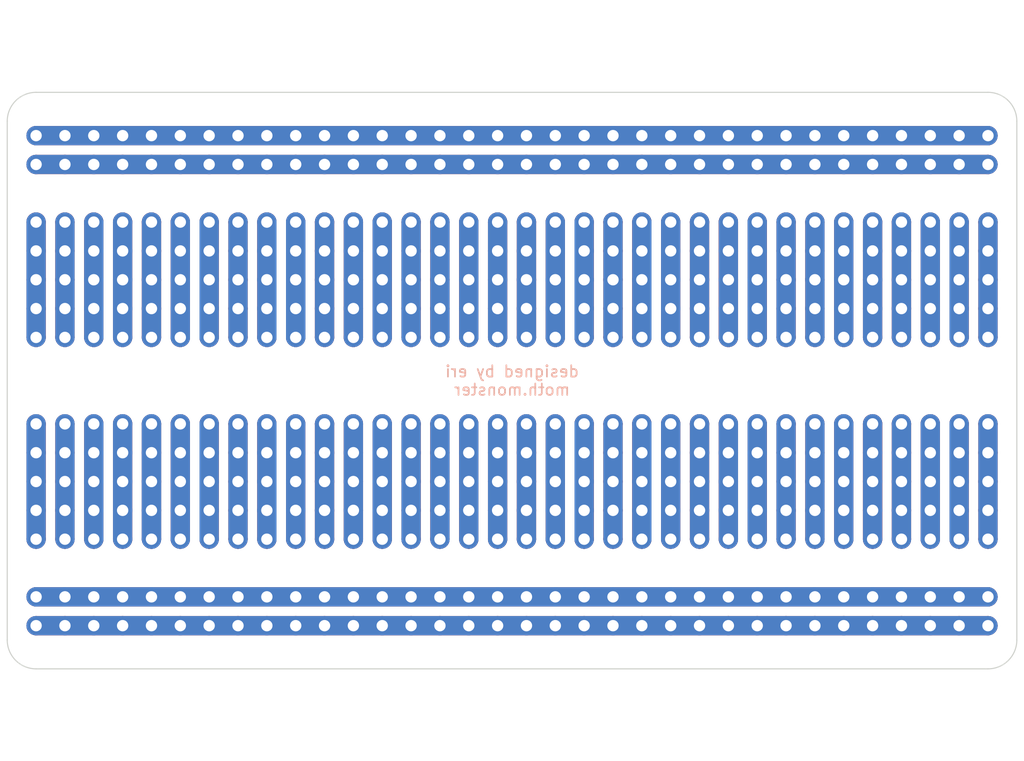
<source format=kicad_pcb>
(kicad_pcb (version 20210228) (generator pcbnew)
  (layers (0 "F.Cu" signal) (31 "B.Cu" signal) (34 "B.Paste" user) (35 "F.Paste" user) (36 "B.SilkS" user "B.Silkscreen") (37 "F.SilkS" user "F.Silkscreen") (38 "B.Mask" user) (39 "F.Mask" user) (44 "Edge.Cuts" user))
  (net 0 "")
  (footprint "Connector_PinHeader_2.54mm:PinHeader_2x34_P2.54mm_Vertical" (layer "F.Cu") (at 187.96 87.635 -90)
    (fp_text reference "REF**" hide)
    (fp_text value "PinHeader_2x34_P2.54mm_Vertical")
  )
  (footprint "Connector_PinHeader_2.54mm:PinHeader_1x34_P2.54mm_Vertical" (layer "F.Cu") (at 104.14 105.415 90)
    (fp_text reference "REF**" hide)
    (fp_text value "PinHeader_1x34_P2.54mm_Vertical")
  )
  (footprint "Connector_PinHeader_2.54mm:PinHeader_2x34_P2.54mm_Vertical" (layer "F.Cu") (at 187.96 107.955 -90)
    (fp_text reference "REF**" hide)
    (fp_text value "PinHeader_2x34_P2.54mm_Vertical")
  )
  (footprint "Connector_PinHeader_2.54mm:PinHeader_2x34_P2.54mm_Vertical" (layer "F.Cu") (at 187.96 113.035 -90)
    (fp_text reference "REF**" hide)
    (fp_text value "PinHeader_2x34_P2.54mm_Vertical")
  )
  (footprint "Connector_PinHeader_2.54mm:PinHeader_2x34_P2.54mm_Vertical" (layer "F.Cu") (at 187.96 92.715 -90)
    (fp_text reference "REF**" hide)
    (fp_text value "PinHeader_2x34_P2.54mm_Vertical")
  )
  (footprint "Connector_PinHeader_2.54mm:PinHeader_1x34_P2.54mm_Vertical" (layer "F.Cu") (at 104.14 97.795 90)
    (fp_text reference "REF**" hide)
    (fp_text value "PinHeader_1x34_P2.54mm_Vertical")
  )
  (footprint "Connector_PinHeader_2.54mm:PinHeader_2x34_P2.54mm_Vertical" (layer "F.Cu") (at 187.96 120.655 -90)
    (fp_text reference "REF**" hide)
    (fp_text value "PinHeader_2x34_P2.54mm_Vertical")
  )
  (footprint "Connector_PinHeader_2.54mm:PinHeader_2x34_P2.54mm_Vertical" (layer "F.Cu") (at 187.96 80.015 -90)
    (fp_text reference "REF**" hide)
    (fp_text value "PinHeader_2x34_P2.54mm_Vertical")
  )
  (gr_line (start 101.6 124.46) (end 101.6 78.74) (layer "Edge.Cuts") (width 0.1))
  (gr_arc (start 187.96 78.74) (end 190.5 78.74) (angle -90) (layer "Edge.Cuts") (width 0.1))
  (gr_line (start 104.14 76.2) (end 187.96 76.2) (layer "Edge.Cuts") (width 0.1))
  (gr_arc (start 187.96 124.46) (end 187.96 127) (angle -90) (layer "Edge.Cuts") (width 0.1))
  (gr_line (start 190.5 78.74) (end 190.5 124.46) (layer "Edge.Cuts") (width 0.1))
  (gr_line (start 187.96 127) (end 104.14 127) (layer "Edge.Cuts") (width 0.1))
  (gr_arc (start 104.14 78.74) (end 104.14 76.2) (angle -90) (layer "Edge.Cuts") (width 0.1))
  (gr_arc (start 104.14 124.46) (end 101.6 124.46) (angle -90) (layer "Edge.Cuts") (width 0.1))
  (gr_text "designed by eri\nmoth.monster" (at 146.05 101.6) (layer "B.SilkS") (effects (font (size 1 1)) (justify mirror)))
  (segment (start 165.1 115.57) (end 165.1 105.41) (width 1.7) (layer "F.Cu") (net 0))
  (segment (start 127 115.57) (end 127 105.41) (width 1.7) (layer "F.Cu") (net 0))
  (segment (start 157.48 87.63) (end 157.48 97.79) (width 1.7) (layer "F.Cu") (net 0))
  (segment (start 114.3 97.79) (end 114.3 87.63) (width 1.7) (layer "F.Cu") (net 0))
  (segment (start 121.92 97.79) (end 121.92 87.63) (width 1.7) (layer "F.Cu") (net 0))
  (segment (start 165.1 97.79) (end 165.1 87.63) (width 1.7) (layer "F.Cu") (net 0))
  (segment (start 119.38 105.41) (end 119.38 115.57) (width 1.7) (layer "F.Cu") (net 0))
  (segment (start 106.68 105.41) (end 106.68 115.57) (width 1.7) (layer "F.Cu") (net 0))
  (segment (start 116.84 115.57) (end 116.84 105.41) (width 1.7) (layer "F.Cu") (net 0))
  (segment (start 134.62 97.79) (end 134.62 87.63) (width 1.7) (layer "F.Cu") (net 0))
  (segment (start 172.72 115.57) (end 172.72 105.41) (width 1.7) (layer "F.Cu") (net 0))
  (segment (start 175.26 97.79) (end 175.26 87.63) (width 1.7) (layer "F.Cu") (net 0))
  (segment (start 124.46 97.79) (end 124.46 87.63) (width 1.7) (layer "F.Cu") (net 0))
  (segment (start 187.96 115.57) (end 187.96 105.41) (width 1.7) (layer "F.Cu") (net 0))
  (segment (start 121.92 115.57) (end 121.92 105.41) (width 1.7) (layer "F.Cu") (net 0))
  (segment (start 104.14 115.57) (end 104.14 105.41) (width 1.7) (layer "F.Cu") (net 0))
  (segment (start 167.64 87.63) (end 167.64 97.79) (width 1.7) (layer "F.Cu") (net 0))
  (segment (start 134.62 115.57) (end 134.62 105.41) (width 1.7) (layer "F.Cu") (net 0))
  (segment (start 144.78 105.41) (end 144.78 115.57) (width 1.7) (layer "F.Cu") (net 0))
  (segment (start 177.8 97.795) (end 177.8 87.635) (width 1.7) (layer "F.Cu") (net 0))
  (segment (start 139.7 97.79) (end 139.7 87.63) (width 1.7) (layer "F.Cu") (net 0))
  (segment (start 187.96 97.795) (end 187.96 87.635) (width 1.7) (layer "F.Cu") (net 0))
  (segment (start 187.96 82.555) (end 104.14 82.555) (width 1.7) (layer "F.Cu") (net 0))
  (segment (start 111.76 97.79) (end 111.76 87.63) (width 1.7) (layer "F.Cu") (net 0))
  (segment (start 106.68 87.63) (end 106.68 97.79) (width 1.7) (layer "F.Cu") (net 0))
  (segment (start 144.78 87.63) (end 144.78 97.79) (width 1.7) (layer "F.Cu") (net 0))
  (segment (start 177.8 115.57) (end 177.8 105.41) (width 1.7) (layer "F.Cu") (net 0))
  (segment (start 142.24 97.79) (end 142.24 87.63) (width 1.7) (layer "F.Cu") (net 0))
  (segment (start 185.42 97.795) (end 185.42 87.635) (width 1.7) (layer "F.Cu") (net 0))
  (segment (start 154.94 97.79) (end 154.94 87.63) (width 1.7) (layer "F.Cu") (net 0))
  (segment (start 137.16 97.79) (end 137.16 87.63) (width 1.7) (layer "F.Cu") (net 0))
  (segment (start 162.56 115.57) (end 162.56 105.41) (width 1.7) (layer "F.Cu") (net 0))
  (segment (start 104.14 97.79) (end 104.14 87.63) (width 1.7) (layer "F.Cu") (net 0))
  (segment (start 129.54 97.79) (end 129.54 87.63) (width 1.7) (layer "F.Cu") (net 0))
  (segment (start 152.4 97.79) (end 152.4 87.63) (width 1.7) (layer "F.Cu") (net 0))
  (segment (start 187.96 80.015) (end 104.14 80.015) (width 1.7) (layer "F.Cu") (net 0))
  (segment (start 182.88 97.795) (end 182.88 87.635) (width 1.7) (layer "F.Cu") (net 0))
  (segment (start 154.94 115.57) (end 154.94 105.41) (width 1.7) (layer "F.Cu") (net 0))
  (segment (start 170.18 105.41) (end 170.18 115.57) (width 1.7) (layer "F.Cu") (net 0))
  (segment (start 149.86 97.79) (end 149.86 87.63) (width 1.7) (layer "F.Cu") (net 0))
  (segment (start 109.22 97.79) (end 109.22 87.63) (width 1.7) (layer "F.Cu") (net 0))
  (segment (start 114.3 115.57) (end 114.3 105.41) (width 1.7) (layer "F.Cu") (net 0))
  (segment (start 177.8 115.57) (end 177.8 105.41) (width 1.7) (layer "F.Cu") (net 0))
  (segment (start 109.22 115.57) (end 109.22 105.41) (width 1.7) (layer "F.Cu") (net 0))
  (segment (start 142.24 115.57) (end 142.24 105.41) (width 1.7) (layer "F.Cu") (net 0))
  (segment (start 160.02 97.79) (end 160.02 87.63) (width 1.7) (layer "F.Cu") (net 0))
  (segment (start 187.96 123.195) (end 104.14 123.195) (width 1.7) (layer "F.Cu") (net 0))
  (segment (start 127 97.79) (end 127 87.63) (width 1.7) (layer "F.Cu") (net 0))
  (segment (start 132.08 87.63) (end 132.08 97.79) (width 1.7) (layer "F.Cu") (net 0))
  (segment (start 165.1 97.79) (end 165.1 87.63) (width 1.7) (layer "F.Cu") (net 0))
  (segment (start 182.88 115.57) (end 182.88 105.41) (width 1.7) (layer "F.Cu") (net 0))
  (segment (start 149.86 115.57) (end 149.86 105.41) (width 1.7) (layer "F.Cu") (net 0))
  (segment (start 172.72 97.79) (end 172.72 87.63) (width 1.7) (layer "F.Cu") (net 0))
  (segment (start 137.16 115.57) (end 137.16 105.41) (width 1.7) (layer "F.Cu") (net 0))
  (segment (start 147.32 115.57) (end 147.32 105.41) (width 1.7) (layer "F.Cu") (net 0))
  (segment (start 162.56 97.79) (end 162.56 87.63) (width 1.7) (layer "F.Cu") (net 0))
  (segment (start 160.02 115.57) (end 160.02 105.41) (width 1.7) (layer "F.Cu") (net 0))
  (segment (start 185.42 115.57) (end 185.42 105.41) (width 1.7) (layer "F.Cu") (net 0))
  (segment (start 124.46 115.57) (end 124.46 105.41) (width 1.7) (layer "F.Cu") (net 0))
  (segment (start 167.64 115.57) (end 167.64 105.41) (width 1.7) (layer "F.Cu") (net 0))
  (segment (start 152.4 115.57) (end 152.4 105.41) (width 1.7) (layer "F.Cu") (net 0))
  (segment (start 111.76 115.57) (end 111.76 105.41) (width 1.7) (layer "F.Cu") (net 0))
  (segment (start 147.32 97.79) (end 147.32 87.63) (width 1.7) (layer "F.Cu") (net 0))
  (segment (start 116.84 97.79) (end 116.84 87.63) (width 1.7) (layer "F.Cu") (net 0))
  (segment (start 170.18 97.79) (end 170.18 87.63) (width 1.7) (layer "F.Cu") (net 0))
  (segment (start 180.34 87.635) (end 180.34 97.795) (width 1.7) (layer "F.Cu") (net 0))
  (segment (start 175.26 115.57) (end 175.26 105.41) (width 1.7) (layer "F.Cu") (net 0))
  (segment (start 157.48 105.41) (end 157.48 115.57) (width 1.7) (layer "F.Cu") (net 0))
  (segment (start 180.34 105.41) (end 180.34 115.57) (width 1.7) (layer "F.Cu") (net 0))
  (segment (start 132.08 105.41) (end 132.08 115.57) (width 1.7) (layer "F.Cu") (net 0))
  (segment (start 104.14 120.655) (end 187.96 120.655) (width 1.7) (layer "F.Cu") (net 0))
  (segment (start 129.54 115.57) (end 129.54 105.41) (width 1.7) (layer "F.Cu") (net 0))
  (segment (start 139.7 115.57) (end 139.7 105.41) (width 1.7) (layer "F.Cu") (net 0))
  (segment (start 119.38 87.63) (end 119.38 97.79) (width 1.7) (layer "F.Cu") (net 0))
  (segment (start 121.92 97.79) (end 121.92 87.63) (width 1.7) (layer "B.Cu") (net 0))
  (segment (start 144.78 97.79) (end 144.78 87.63) (width 1.7) (layer "B.Cu") (net 0))
  (segment (start 172.72 87.63) (end 172.72 97.79) (width 1.7) (layer "B.Cu") (net 0))
  (segment (start 142.24 97.79) (end 142.24 87.63) (width 1.7) (layer "B.Cu") (net 0))
  (segment (start 132.08 97.79) (end 132.08 87.63) (width 1.7) (layer "B.Cu") (net 0))
  (segment (start 152.4 115.57) (end 152.4 105.41) (width 1.7) (layer "B.Cu") (net 0))
  (segment (start 134.62 87.63) (end 134.62 97.79) (width 1.7) (layer "B.Cu") (net 0))
  (segment (start 139.7 115.57) (end 139.7 105.41) (width 1.7) (layer "B.Cu") (net 0))
  (segment (start 127 97.79) (end 127 87.63) (width 1.7) (layer "B.Cu") (net 0))
  (segment (start 177.8 115.57) (end 177.8 105.41) (width 1.7) (layer "B.Cu") (net 0))
  (segment (start 180.34 97.79) (end 180.34 87.63) (width 1.7) (layer "B.Cu") (net 0))
  (segment (start 142.24 115.57) (end 142.24 105.41) (width 1.7) (layer "B.Cu") (net 0))
  (segment (start 157.48 115.57) (end 157.48 105.41) (width 1.7) (layer "B.Cu") (net 0))
  (segment (start 170.18 97.79) (end 170.18 87.63) (width 1.7) (layer "B.Cu") (net 0))
  (segment (start 137.16 115.57) (end 137.16 105.41) (width 1.7) (layer "B.Cu") (net 0))
  (segment (start 127 97.79) (end 127 87.63) (width 1.7) (layer "B.Cu") (net 0))
  (segment (start 165.1 97.79) (end 165.1 87.63) (width 1.7) (layer "B.Cu") (net 0))
  (segment (start 187.96 97.79) (end 187.96 87.63) (width 1.7) (layer "B.Cu") (net 0))
  (segment (start 121.92 105.41) (end 121.92 115.57) (width 1.7) (layer "B.Cu") (net 0))
  (segment (start 119.38 97.79) (end 119.38 87.63) (width 1.7) (layer "B.Cu") (net 0))
  (segment (start 160.02 105.41) (end 160.02 115.57) (width 1.7) (layer "B.Cu") (net 0))
  (segment (start 172.72 105.41) (end 172.72 115.57) (width 1.7) (layer "B.Cu") (net 0))
  (segment (start 167.64 97.79) (end 167.64 87.63) (width 1.7) (layer "B.Cu") (net 0))
  (segment (start 182.88 97.79) (end 182.88 87.63) (width 1.7) (layer "B.Cu") (net 0))
  (segment (start 185.42 87.63) (end 185.42 97.79) (width 1.7) (layer "B.Cu") (net 0))
  (segment (start 154.94 115.57) (end 154.94 105.41) (width 1.7) (layer "B.Cu") (net 0))
  (segment (start 119.38 115.57) (end 119.38 105.41) (width 1.7) (layer "B.Cu") (net 0))
  (segment (start 162.56 97.79) (end 162.56 87.63) (width 1.7) (layer "B.Cu") (net 0))
  (segment (start 180.34 115.57) (end 180.34 105.41) (width 1.7) (layer "B.Cu") (net 0))
  (segment (start 109.22 115.57) (end 109.22 105.41) (width 1.7) (layer "B.Cu") (net 0))
  (segment (start 177.8 97.79) (end 177.8 87.63) (width 1.7) (layer "B.Cu") (net 0))
  (segment (start 104.14 82.555) (end 187.96 82.555) (width 1.7) (layer "B.Cu") (net 0))
  (segment (start 129.54 97.79) (end 129.54 87.63) (width 1.7) (layer "B.Cu") (net 0))
  (segment (start 111.76 105.41) (end 111.76 115.57) (width 1.7) (layer "B.Cu") (net 0))
  (segment (start 132.08 115.57) (end 132.08 105.41) (width 1.7) (layer "B.Cu") (net 0))
  (segment (start 104.14 123.195) (end 187.96 123.195) (width 1.7) (layer "B.Cu") (net 0))
  (segment (start 124.46 87.63) (end 124.46 97.79) (width 1.7) (layer "B.Cu") (net 0))
  (segment (start 106.68 97.795) (end 106.68 87.635) (width 1.7) (layer "B.Cu") (net 0))
  (segment (start 127 115.57) (end 127 105.41) (width 1.7) (layer "B.Cu") (net 0))
  (segment (start 187.96 120.655) (end 104.14 120.655) (width 1.7) (layer "B.Cu") (net 0))
  (segment (start 104.14 115.57) (end 104.14 105.41) (width 1.7) (layer "B.Cu") (net 0))
  (segment (start 154.94 97.79) (end 154.94 87.63) (width 1.7) (layer "B.Cu") (net 0))
  (segment (start 185.42 105.41) (end 185.42 115.57) (width 1.7) (layer "B.Cu") (net 0))
  (segment (start 160.02 87.63) (end 160.02 97.79) (width 1.7) (layer "B.Cu") (net 0))
  (segment (start 106.68 115.57) (end 106.68 105.41) (width 1.7) (layer "B.Cu") (net 0))
  (segment (start 147.32 87.63) (end 147.32 97.79) (width 1.7) (layer "B.Cu") (net 0))
  (segment (start 152.4 97.79) (end 152.4 87.63) (width 1.7) (layer "B.Cu") (net 0))
  (segment (start 182.88 115.57) (end 182.88 105.41) (width 1.7) (layer "B.Cu") (net 0))
  (segment (start 114.3 115.57) (end 114.3 105.41) (width 1.7) (layer "B.Cu") (net 0))
  (segment (start 104.14 80.015) (end 187.96 80.015) (width 1.7) (layer "B.Cu") (net 0))
  (segment (start 111.76 87.635) (end 111.76 97.795) (width 1.7) (layer "B.Cu") (net 0))
  (segment (start 147.32 105.41) (end 147.32 115.57) (width 1.7) (layer "B.Cu") (net 0))
  (segment (start 149.86 115.57) (end 149.86 105.41) (width 1.7) (layer "B.Cu") (net 0))
  (segment (start 104.14 97.795) (end 104.14 87.635) (width 1.7) (layer "B.Cu") (net 0))
  (segment (start 109.22 97.795) (end 109.22 87.635) (width 1.7) (layer "B.Cu") (net 0))
  (segment (start 116.84 97.79) (end 116.84 87.63) (width 1.7) (layer "B.Cu") (net 0))
  (segment (start 157.48 97.79) (end 157.48 87.63) (width 1.7) (layer "B.Cu") (net 0))
  (segment (start 175.26 97.79) (end 175.26 87.63) (width 1.7) (layer "B.Cu") (net 0))
  (segment (start 114.3 115.57) (end 114.3 105.41) (width 1.7) (layer "B.Cu") (net 0))
  (segment (start 187.96 115.57) (end 187.96 105.41) (width 1.7) (layer "B.Cu") (net 0))
  (segment (start 129.54 115.57) (end 129.54 105.41) (width 1.7) (layer "B.Cu") (net 0))
  (segment (start 165.1 115.57) (end 165.1 105.41) (width 1.7) (layer "B.Cu") (net 0))
  (segment (start 124.46 115.57) (end 124.46 105.41) (width 1.7) (layer "B.Cu") (net 0))
  (segment (start 134.62 105.41) (end 134.62 115.57) (width 1.7) (layer "B.Cu") (net 0))
  (segment (start 144.78 115.57) (end 144.78 105.41) (width 1.7) (layer "B.Cu") (net 0))
  (segment (start 116.84 115.57) (end 116.84 105.41) (width 1.7) (layer "B.Cu") (net 0))
  (segment (start 149.86 97.79) (end 149.86 87.63) (width 1.7) (layer "B.Cu") (net 0))
  (segment (start 139.7 97.79) (end 139.7 87.63) (width 1.7) (layer "B.Cu") (net 0))
  (segment (start 137.16 97.79) (end 137.16 87.63) (width 1.7) (layer "B.Cu") (net 0))
  (segment (start 162.56 115.57) (end 162.56 105.41) (width 1.7) (layer "B.Cu") (net 0))
  (segment (start 170.18 115.57) (end 170.18 105.41) (width 1.7) (layer "B.Cu") (net 0))
  (segment (start 167.64 115.57) (end 167.64 105.41) (width 1.7) (layer "B.Cu") (net 0))
  (segment (start 114.3 97.795) (end 114.3 87.635) (width 1.7) (layer "B.Cu") (net 0))
  (segment (start 175.26 115.57) (end 175.26 105.41) (width 1.7) (layer "B.Cu") (net 0))
)
</source>
